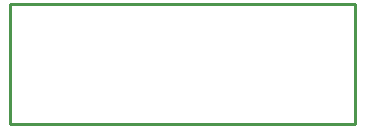
<source format=gbr>
G04 EAGLE Gerber RS-274X export*
G75*
%MOMM*%
%FSLAX34Y34*%
%LPD*%
%IN*%
%IPPOS*%
%AMOC8*
5,1,8,0,0,1.08239X$1,22.5*%
G01*
%ADD10C,0.254000*%


D10*
X-25400Y0D02*
X266700Y0D01*
X266700Y101600D01*
X-25400Y101600D01*
X-25400Y0D01*
M02*

</source>
